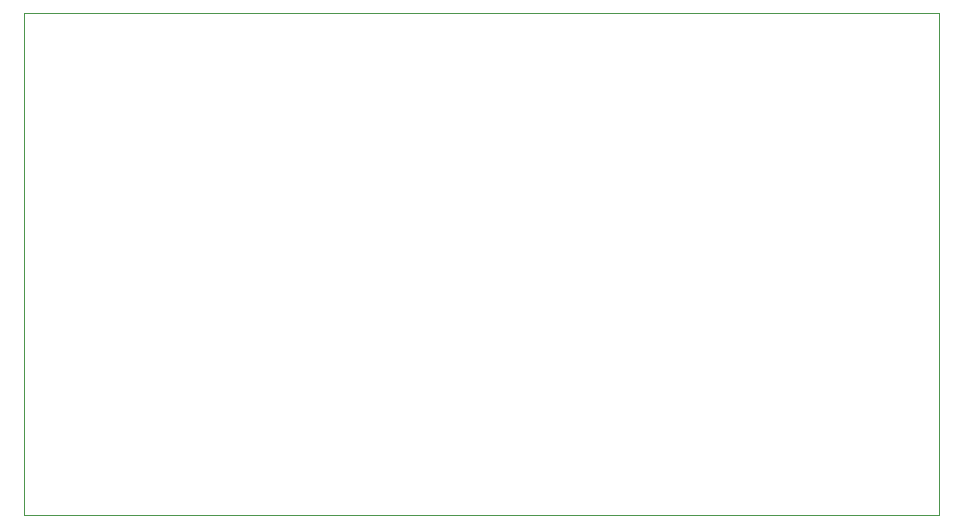
<source format=gbr>
G04 #@! TF.GenerationSoftware,KiCad,Pcbnew,(5.0.0-3-g5ebb6b6)*
G04 #@! TF.CreationDate,2018-11-02T09:21:52-07:00*
G04 #@! TF.ProjectId,Capper Decapper,4361707065722044656361707065722E,rev?*
G04 #@! TF.SameCoordinates,Original*
G04 #@! TF.FileFunction,Profile,NP*
%FSLAX46Y46*%
G04 Gerber Fmt 4.6, Leading zero omitted, Abs format (unit mm)*
G04 Created by KiCad (PCBNEW (5.0.0-3-g5ebb6b6)) date Friday, November 02, 2018 at 09:21:52 AM*
%MOMM*%
%LPD*%
G01*
G04 APERTURE LIST*
%ADD10C,0.100000*%
G04 APERTURE END LIST*
D10*
X77500000Y-110000000D02*
X155000000Y-110000000D01*
X77500000Y-67500000D02*
X77500000Y-110000000D01*
X155000000Y-67500000D02*
X77500000Y-67500000D01*
X155000000Y-110000000D02*
X155000000Y-67500000D01*
M02*

</source>
